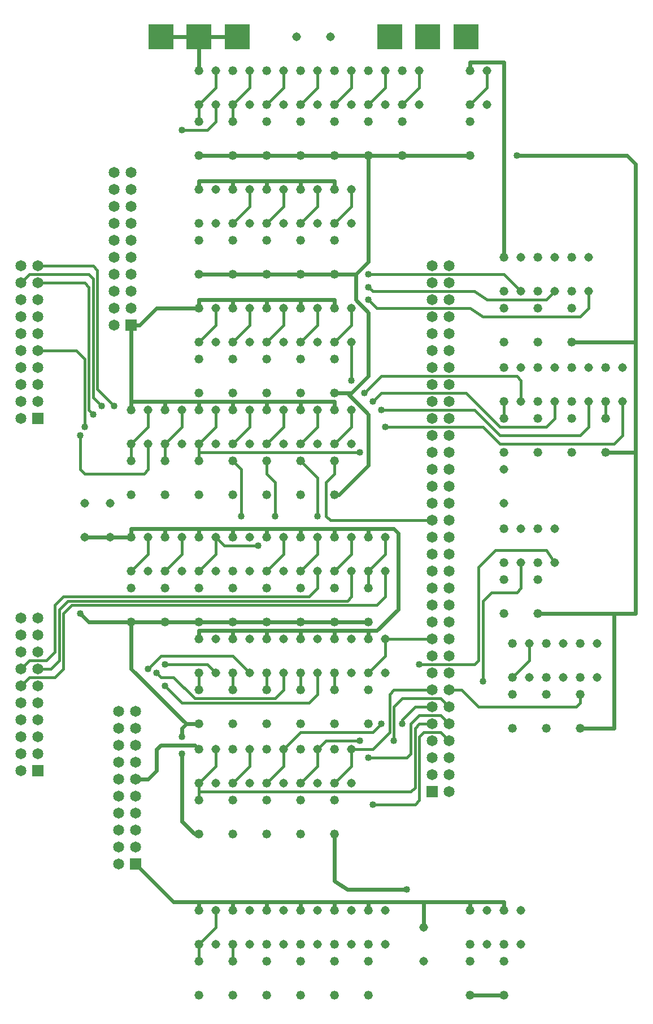
<source format=gtl>
G75*
G70*
%OFA0B0*%
%FSLAX24Y24*%
%IPPOS*%
%LPD*%
%AMOC8*
5,1,8,0,0,1.08239X$1,22.5*
%
%ADD10R,0.0650X0.0650*%
%ADD11C,0.0650*%
%ADD12C,0.0520*%
%ADD13C,0.0515*%
%ADD14R,0.1500X0.1500*%
%ADD15C,0.0160*%
%ADD16C,0.0400*%
%ADD17C,0.0240*%
D10*
X008850Y009350D03*
X003100Y014850D03*
X003100Y035600D03*
X008600Y041100D03*
X026350Y013600D03*
D11*
X007850Y009350D03*
X007850Y010350D03*
X007850Y011350D03*
X007850Y012350D03*
X007850Y013350D03*
X007850Y014350D03*
X007850Y015350D03*
X007850Y016350D03*
X007850Y017350D03*
X007850Y018350D03*
X008850Y018350D03*
X008850Y017350D03*
X008850Y016350D03*
X008850Y015350D03*
X008850Y014350D03*
X008850Y013350D03*
X008850Y012350D03*
X008850Y011350D03*
X008850Y010350D03*
X003100Y015850D03*
X003100Y016850D03*
X003100Y017850D03*
X003100Y018850D03*
X003100Y019850D03*
X003100Y020850D03*
X003100Y021850D03*
X003100Y022850D03*
X003100Y023850D03*
X002100Y023850D03*
X002100Y022850D03*
X002100Y021850D03*
X002100Y020850D03*
X002100Y019850D03*
X002100Y018850D03*
X002100Y017850D03*
X002100Y016850D03*
X002100Y015850D03*
X002100Y014850D03*
X002100Y035600D03*
X002100Y036600D03*
X002100Y037600D03*
X002100Y038600D03*
X002100Y039600D03*
X002100Y040600D03*
X002100Y041600D03*
X002100Y042600D03*
X002100Y043600D03*
X002100Y044600D03*
X003100Y044600D03*
X003100Y043600D03*
X003100Y042600D03*
X003100Y041600D03*
X003100Y040600D03*
X003100Y039600D03*
X003100Y038600D03*
X003100Y037600D03*
X003100Y036600D03*
X007600Y041100D03*
X007600Y042100D03*
X007600Y043100D03*
X007600Y044100D03*
X007600Y045100D03*
X007600Y046100D03*
X007600Y047100D03*
X007600Y048100D03*
X007600Y049100D03*
X007600Y050100D03*
X008600Y050100D03*
X008600Y049100D03*
X008600Y048100D03*
X008600Y047100D03*
X008600Y046100D03*
X008600Y045100D03*
X008600Y044100D03*
X008600Y043100D03*
X008600Y042100D03*
X026350Y041600D03*
X026350Y040600D03*
X026350Y039600D03*
X026350Y038600D03*
X026350Y037600D03*
X026350Y036600D03*
X026350Y035600D03*
X026350Y034600D03*
X026350Y033600D03*
X026350Y032600D03*
X026350Y031600D03*
X026350Y030600D03*
X026350Y029600D03*
X026350Y028600D03*
X026350Y027600D03*
X026350Y026600D03*
X026350Y025600D03*
X026350Y024600D03*
X026350Y023600D03*
X026350Y022600D03*
X026350Y021600D03*
X026350Y020600D03*
X026350Y019600D03*
X026350Y018600D03*
X026350Y017600D03*
X026350Y016600D03*
X026350Y015600D03*
X026350Y014600D03*
X027350Y014600D03*
X027350Y013600D03*
X027350Y015600D03*
X027350Y016600D03*
X027350Y017600D03*
X027350Y018600D03*
X027350Y019600D03*
X027350Y020600D03*
X027350Y021600D03*
X027350Y022600D03*
X027350Y023600D03*
X027350Y024600D03*
X027350Y025600D03*
X027350Y026600D03*
X027350Y027600D03*
X027350Y028600D03*
X027350Y029600D03*
X027350Y030600D03*
X027350Y031600D03*
X027350Y032600D03*
X027350Y033600D03*
X027350Y034600D03*
X027350Y035600D03*
X027350Y036600D03*
X027350Y037600D03*
X027350Y038600D03*
X027350Y039600D03*
X027350Y040600D03*
X027350Y041600D03*
X027350Y042600D03*
X027350Y043600D03*
X027350Y044600D03*
X026350Y044600D03*
X026350Y043600D03*
X026350Y042600D03*
D12*
X030600Y042100D03*
X030600Y043100D03*
X030600Y045100D03*
X032600Y045100D03*
X032600Y043100D03*
X032600Y042100D03*
X032600Y040100D03*
X032600Y038600D03*
X032600Y036600D03*
X032600Y035600D03*
X032600Y033600D03*
X030600Y033600D03*
X030600Y035600D03*
X030600Y036600D03*
X030600Y038600D03*
X030600Y040100D03*
X034600Y040100D03*
X034600Y038600D03*
X034600Y036600D03*
X034600Y035600D03*
X034600Y033600D03*
X036600Y033600D03*
X036600Y035600D03*
X036600Y036600D03*
X036600Y038600D03*
X034600Y042100D03*
X034600Y043100D03*
X034600Y045100D03*
X028600Y051100D03*
X028600Y053100D03*
X028600Y054100D03*
X028600Y056100D03*
X024600Y056100D03*
X024600Y054100D03*
X024600Y053100D03*
X024600Y051100D03*
X022600Y051100D03*
X022600Y053100D03*
X022600Y054100D03*
X022600Y056100D03*
X020600Y056100D03*
X020600Y054100D03*
X020600Y053100D03*
X020600Y051100D03*
X020600Y049100D03*
X020600Y047100D03*
X020600Y046100D03*
X020600Y044100D03*
X020600Y042100D03*
X020600Y040100D03*
X020600Y039100D03*
X020600Y037100D03*
X020600Y036100D03*
X020600Y034100D03*
X020600Y033100D03*
X020600Y031100D03*
X018600Y031100D03*
X018600Y033100D03*
X018600Y034100D03*
X018600Y036100D03*
X018600Y037100D03*
X018600Y039100D03*
X018600Y040100D03*
X018600Y042100D03*
X018600Y044100D03*
X018600Y046100D03*
X018600Y047100D03*
X018600Y049100D03*
X018600Y051100D03*
X018600Y053100D03*
X018600Y054100D03*
X018600Y056100D03*
X016600Y056100D03*
X016600Y054100D03*
X016600Y053100D03*
X016600Y051100D03*
X016600Y049100D03*
X016600Y047100D03*
X016600Y046100D03*
X016600Y044100D03*
X016600Y042100D03*
X016600Y040100D03*
X016600Y039100D03*
X016600Y037100D03*
X016600Y036100D03*
X016600Y034100D03*
X016600Y033100D03*
X016600Y031100D03*
X014600Y031100D03*
X014600Y033100D03*
X014600Y034100D03*
X014600Y036100D03*
X014600Y037100D03*
X014600Y039100D03*
X014600Y040100D03*
X014600Y042100D03*
X014600Y044100D03*
X014600Y046100D03*
X014600Y047100D03*
X014600Y049100D03*
X014600Y051100D03*
X014600Y053100D03*
X014600Y054100D03*
X014600Y056100D03*
X012600Y056100D03*
X012600Y054100D03*
X012600Y053100D03*
X012600Y051100D03*
X012600Y049100D03*
X012600Y047100D03*
X012600Y046100D03*
X012600Y044100D03*
X012600Y042100D03*
X012600Y040100D03*
X012600Y039100D03*
X012600Y037100D03*
X012600Y036100D03*
X012600Y034100D03*
X012600Y033100D03*
X012600Y031100D03*
X010600Y031100D03*
X010600Y033100D03*
X010600Y034100D03*
X010600Y036100D03*
X008600Y036100D03*
X008600Y034100D03*
X008600Y033100D03*
X008600Y031100D03*
X008600Y028600D03*
X008600Y026600D03*
X008600Y025600D03*
X008600Y023600D03*
X010600Y023600D03*
X010600Y025600D03*
X010600Y026600D03*
X010600Y028600D03*
X012600Y028600D03*
X012600Y026600D03*
X012600Y025600D03*
X012600Y023600D03*
X012600Y022600D03*
X012600Y020600D03*
X012600Y019600D03*
X012600Y017600D03*
X012600Y016100D03*
X012600Y014100D03*
X012600Y013100D03*
X012600Y011100D03*
X014600Y011100D03*
X014600Y013100D03*
X014600Y014100D03*
X014600Y016100D03*
X014600Y017600D03*
X014600Y019600D03*
X014600Y020600D03*
X014600Y022600D03*
X014600Y023600D03*
X014600Y025600D03*
X014600Y026600D03*
X014600Y028600D03*
X016600Y028600D03*
X016600Y026600D03*
X016600Y025600D03*
X016600Y023600D03*
X016600Y022600D03*
X016600Y020600D03*
X016600Y019600D03*
X016600Y017600D03*
X016600Y016100D03*
X016600Y014100D03*
X016600Y013100D03*
X016600Y011100D03*
X018600Y011100D03*
X018600Y013100D03*
X018600Y014100D03*
X018600Y016100D03*
X018600Y017600D03*
X018600Y019600D03*
X018600Y020600D03*
X018600Y022600D03*
X018600Y023600D03*
X018600Y025600D03*
X018600Y026600D03*
X018600Y028600D03*
X020600Y028600D03*
X020600Y026600D03*
X020600Y025600D03*
X020600Y023600D03*
X020600Y022600D03*
X020600Y020600D03*
X020600Y019600D03*
X020600Y017600D03*
X020600Y016100D03*
X020600Y014100D03*
X020600Y013100D03*
X020600Y011100D03*
X020600Y006600D03*
X020600Y004600D03*
X020600Y003600D03*
X020600Y001600D03*
X018600Y001600D03*
X018600Y003600D03*
X018600Y004600D03*
X018600Y006600D03*
X016600Y006600D03*
X016600Y004600D03*
X016600Y003600D03*
X016600Y001600D03*
X014600Y001600D03*
X014600Y003600D03*
X014600Y004600D03*
X014600Y006600D03*
X012600Y006600D03*
X012600Y004600D03*
X012600Y003600D03*
X012600Y001600D03*
X022600Y001600D03*
X022600Y003600D03*
X022600Y004600D03*
X022600Y006600D03*
X028600Y006600D03*
X028600Y004600D03*
X028600Y003600D03*
X028600Y001600D03*
X030600Y001600D03*
X030600Y003600D03*
X030600Y004600D03*
X030600Y006600D03*
X031100Y017350D03*
X031100Y019350D03*
X031100Y020350D03*
X031100Y022350D03*
X030600Y024100D03*
X030600Y026100D03*
X030600Y027100D03*
X030600Y029100D03*
X032600Y029100D03*
X032600Y027100D03*
X032600Y026100D03*
X032600Y024100D03*
X033100Y022350D03*
X033100Y020350D03*
X033100Y019350D03*
X033100Y017350D03*
X035100Y017350D03*
X035100Y019350D03*
X035100Y020350D03*
X035100Y022350D03*
X022600Y022600D03*
X022600Y023600D03*
X022600Y025600D03*
X022600Y026600D03*
X022600Y028600D03*
X022600Y020600D03*
X022600Y019600D03*
X022600Y017600D03*
D13*
X021600Y016100D03*
X021600Y014100D03*
X019600Y014100D03*
X019600Y016100D03*
X017600Y016100D03*
X017600Y014100D03*
X015600Y014100D03*
X015600Y016100D03*
X013600Y016100D03*
X013600Y014100D03*
X013600Y020600D03*
X013600Y022600D03*
X015600Y022600D03*
X015600Y020600D03*
X017600Y020600D03*
X017600Y022600D03*
X019600Y022600D03*
X019600Y020600D03*
X021600Y020600D03*
X021600Y022600D03*
X023600Y022600D03*
X023600Y020600D03*
X023600Y026600D03*
X023600Y028600D03*
X021600Y028600D03*
X021600Y026600D03*
X019600Y026600D03*
X019600Y028600D03*
X017600Y028600D03*
X017600Y026600D03*
X015600Y026600D03*
X015600Y028600D03*
X013600Y028600D03*
X013600Y026600D03*
X011600Y026600D03*
X011600Y028600D03*
X009600Y028600D03*
X009600Y026600D03*
X007350Y028600D03*
X005850Y028600D03*
X005850Y030600D03*
X007350Y030600D03*
X009600Y034100D03*
X009600Y036100D03*
X011600Y036100D03*
X011600Y034100D03*
X013600Y034100D03*
X013600Y036100D03*
X015600Y036100D03*
X015600Y034100D03*
X017600Y034100D03*
X017600Y036100D03*
X019600Y036100D03*
X019600Y034100D03*
X021600Y034100D03*
X021600Y036100D03*
X021600Y040100D03*
X021600Y042100D03*
X019600Y042100D03*
X019600Y040100D03*
X017600Y040100D03*
X017600Y042100D03*
X015600Y042100D03*
X015600Y040100D03*
X013600Y040100D03*
X013600Y042100D03*
X013600Y047100D03*
X013600Y049100D03*
X015600Y049100D03*
X015600Y047100D03*
X017600Y047100D03*
X017600Y049100D03*
X019600Y049100D03*
X019600Y047100D03*
X021600Y047100D03*
X021600Y049100D03*
X021600Y054100D03*
X021600Y056100D03*
X020350Y058100D03*
X019600Y056100D03*
X019600Y054100D03*
X017600Y054100D03*
X017600Y056100D03*
X018350Y058100D03*
X015600Y056100D03*
X015600Y054100D03*
X013600Y054100D03*
X013600Y056100D03*
X023600Y056100D03*
X023600Y054100D03*
X025600Y054100D03*
X025600Y056100D03*
X029600Y056100D03*
X029600Y054100D03*
X031600Y045100D03*
X031600Y043100D03*
X033600Y043100D03*
X033600Y045100D03*
X035600Y045100D03*
X035600Y043100D03*
X035600Y038600D03*
X035600Y036600D03*
X033600Y036600D03*
X033600Y038600D03*
X031600Y038600D03*
X031600Y036600D03*
X030600Y032600D03*
X030600Y030600D03*
X031600Y029100D03*
X031600Y027100D03*
X033600Y027100D03*
X033600Y029100D03*
X034100Y022350D03*
X034100Y020350D03*
X032100Y020350D03*
X032100Y022350D03*
X036100Y022350D03*
X036100Y020350D03*
X031600Y006600D03*
X031600Y004600D03*
X029600Y004600D03*
X029600Y006600D03*
X025850Y005600D03*
X025850Y003600D03*
X023600Y004600D03*
X023600Y006600D03*
X021600Y006600D03*
X021600Y004600D03*
X019600Y004600D03*
X019600Y006600D03*
X017600Y006600D03*
X017600Y004600D03*
X015600Y004600D03*
X015600Y006600D03*
X013600Y006600D03*
X013600Y004600D03*
X037600Y036600D03*
X037600Y038600D03*
D14*
X028350Y058100D03*
X026100Y058100D03*
X023850Y058100D03*
X014850Y058100D03*
X012600Y058100D03*
X010350Y058100D03*
D15*
X013600Y055100D02*
X012600Y054100D01*
X012600Y053100D01*
X013100Y052600D02*
X013600Y053100D01*
X013600Y054100D01*
X013600Y055100D02*
X013600Y056100D01*
X014600Y054100D02*
X014600Y053100D01*
X014600Y054100D02*
X015600Y055100D01*
X015600Y056100D01*
X017600Y055100D02*
X016600Y054100D01*
X017600Y055100D02*
X017600Y056100D01*
X019600Y055100D02*
X018600Y054100D01*
X019600Y055100D02*
X019600Y056100D01*
X021600Y055100D02*
X020600Y054100D01*
X021600Y055100D02*
X021600Y056100D01*
X023600Y055100D02*
X022600Y054100D01*
X023600Y055100D02*
X023600Y056100D01*
X025600Y055100D02*
X024600Y054100D01*
X025600Y055100D02*
X025600Y056100D01*
X028600Y054100D02*
X029600Y055100D01*
X029600Y056100D01*
X021600Y049100D02*
X021600Y048100D01*
X020600Y047100D01*
X019600Y048100D02*
X018600Y047100D01*
X017600Y048100D02*
X016600Y047100D01*
X015600Y048100D02*
X014600Y047100D01*
X015600Y048100D02*
X015600Y049100D01*
X017600Y049100D02*
X017600Y048100D01*
X019600Y048100D02*
X019600Y049100D01*
X022600Y044100D02*
X030600Y044100D01*
X031600Y043100D01*
X033100Y042600D02*
X033600Y043100D01*
X033100Y042600D02*
X029600Y042600D01*
X028850Y043100D01*
X022850Y043100D01*
X022600Y043350D01*
X022600Y042600D02*
X023100Y042100D01*
X028600Y042100D01*
X029350Y041600D01*
X035100Y041600D01*
X035600Y042100D01*
X035600Y043100D01*
X031350Y038100D02*
X031600Y037850D01*
X031600Y036600D01*
X030600Y036600D02*
X030600Y035600D01*
X030350Y035100D02*
X033100Y035100D01*
X033600Y035600D01*
X033600Y036600D01*
X035100Y034600D02*
X035600Y035100D01*
X035600Y036600D01*
X036600Y036600D02*
X036600Y035600D01*
X037600Y034600D02*
X037100Y034100D01*
X030350Y034100D01*
X029350Y035100D01*
X023600Y035100D01*
X023350Y036100D02*
X028850Y036100D01*
X030350Y034600D01*
X035100Y034600D01*
X037600Y034600D02*
X037600Y036600D01*
X033100Y027850D02*
X033600Y027100D01*
X033100Y027850D02*
X030100Y027850D01*
X029100Y026850D01*
X029100Y021350D01*
X028850Y021100D01*
X025600Y021100D01*
X026350Y022600D02*
X023600Y022600D01*
X023600Y021600D01*
X022600Y020600D01*
X023850Y019350D02*
X023850Y017100D01*
X022850Y016100D01*
X021600Y016100D01*
X021600Y015100D01*
X020600Y014100D01*
X019600Y015100D02*
X018600Y014100D01*
X017600Y015100D02*
X016600Y014100D01*
X015600Y015100D02*
X014600Y014100D01*
X013600Y015100D02*
X012600Y014100D01*
X012600Y013600D01*
X012600Y013100D01*
X012600Y013600D02*
X025100Y013600D01*
X025350Y013850D01*
X025350Y017350D01*
X025600Y017600D01*
X026350Y017600D01*
X025850Y017100D02*
X025600Y016850D01*
X025600Y013100D01*
X025350Y012850D01*
X022850Y012850D01*
X022600Y015600D02*
X024850Y015600D01*
X025100Y015850D01*
X025100Y017600D01*
X025600Y018100D01*
X026850Y018100D01*
X027350Y017600D01*
X026850Y017100D02*
X025850Y017100D01*
X026850Y017100D02*
X027350Y016600D01*
X027350Y018600D02*
X026850Y019100D01*
X024600Y019100D01*
X024100Y018600D01*
X024100Y016600D01*
X024600Y017600D02*
X024600Y017850D01*
X025350Y018600D01*
X026350Y018600D01*
X026350Y019600D02*
X024100Y019600D01*
X023850Y019350D01*
X023350Y017600D02*
X022850Y017100D01*
X018600Y017100D01*
X017600Y016100D01*
X017600Y015100D01*
X015600Y015100D02*
X015600Y016100D01*
X013600Y016100D02*
X013600Y015100D01*
X012350Y019100D02*
X017100Y019100D01*
X017600Y019600D01*
X017600Y020600D01*
X018600Y020600D02*
X018600Y019600D01*
X019100Y018850D02*
X019600Y019350D01*
X019600Y020600D01*
X020600Y020600D02*
X020600Y019600D01*
X019100Y018850D02*
X011600Y018850D01*
X010600Y019850D01*
X010350Y020350D02*
X010100Y020600D01*
X010350Y020350D02*
X011100Y020350D01*
X012350Y019100D01*
X012600Y019600D02*
X012600Y020600D01*
X013100Y021100D02*
X013600Y020600D01*
X013100Y021100D02*
X010600Y021100D01*
X010350Y021600D02*
X014600Y021600D01*
X015600Y020600D01*
X016600Y020600D02*
X016600Y019600D01*
X014600Y019600D02*
X014600Y020600D01*
X010350Y021600D02*
X009600Y020850D01*
X008600Y026600D02*
X009600Y027600D01*
X009600Y028600D01*
X011600Y027600D02*
X010600Y026600D01*
X011600Y027600D02*
X011600Y028600D01*
X012600Y026600D02*
X013600Y027600D01*
X013600Y028600D01*
X014100Y028100D01*
X016100Y028100D01*
X017600Y027600D02*
X016600Y026600D01*
X017600Y027600D02*
X017600Y028600D01*
X017100Y029850D02*
X017100Y031850D01*
X016600Y032350D01*
X016600Y033100D01*
X016600Y034100D02*
X017600Y035100D01*
X017600Y036100D01*
X019600Y035100D02*
X018600Y034100D01*
X018600Y033100D02*
X019600Y032100D01*
X019600Y029850D01*
X020100Y029850D02*
X020350Y029600D01*
X026350Y029600D01*
X023600Y028600D02*
X023600Y027600D01*
X022600Y026600D01*
X022600Y025600D01*
X021600Y025100D02*
X021600Y026600D01*
X021600Y027600D02*
X020600Y026600D01*
X019600Y026600D02*
X019600Y025600D01*
X019100Y025100D01*
X004600Y025100D01*
X004100Y024600D01*
X004100Y021850D01*
X003600Y021350D01*
X002600Y021350D01*
X002100Y020850D01*
X002600Y020350D02*
X002100Y019850D01*
X002600Y020350D02*
X004100Y020350D01*
X004600Y020850D01*
X004600Y024100D01*
X005100Y024600D01*
X023100Y024600D01*
X023600Y025100D01*
X023600Y026600D01*
X021600Y027600D02*
X021600Y028600D01*
X020100Y029850D02*
X020100Y031850D01*
X020600Y032350D01*
X020600Y033100D01*
X020600Y034100D02*
X021600Y035100D01*
X021600Y036100D01*
X022350Y037100D02*
X023350Y038100D01*
X031350Y038100D01*
X028350Y037100D02*
X030350Y035100D01*
X028350Y037100D02*
X023350Y037100D01*
X022850Y036600D01*
X021600Y037850D02*
X021600Y040100D01*
X021600Y041100D02*
X020600Y040100D01*
X019600Y041100D02*
X018600Y040100D01*
X017600Y041100D02*
X016600Y040100D01*
X015600Y041100D02*
X014600Y040100D01*
X013600Y041100D02*
X012600Y040100D01*
X013600Y041100D02*
X013600Y042100D01*
X015600Y042100D02*
X015600Y041100D01*
X017600Y041100D02*
X017600Y042100D01*
X019600Y042100D02*
X019600Y041100D01*
X021600Y041100D02*
X021600Y042100D01*
X019600Y036100D02*
X019600Y035100D01*
X022100Y033600D02*
X012600Y033600D01*
X012600Y033100D01*
X012600Y033600D02*
X012600Y034100D01*
X013600Y035100D01*
X013600Y036100D01*
X015600Y035100D02*
X014600Y034100D01*
X014600Y033100D02*
X015100Y032600D01*
X015100Y029850D01*
X018600Y026600D02*
X019600Y027600D01*
X019600Y028600D01*
X021600Y025100D02*
X021350Y024850D01*
X004850Y024850D01*
X004350Y024350D01*
X004350Y021350D01*
X003850Y020850D01*
X003100Y020850D01*
X005850Y032350D02*
X009350Y032350D01*
X009600Y032600D01*
X009600Y034100D01*
X009600Y035100D02*
X008600Y034100D01*
X008600Y033100D01*
X009600Y035100D02*
X009600Y036100D01*
X011600Y035100D02*
X010600Y034100D01*
X010600Y033100D01*
X011600Y035100D02*
X011600Y036100D01*
X015600Y036100D02*
X015600Y035100D01*
X007600Y036350D02*
X006600Y037350D01*
X006600Y044350D01*
X006350Y044600D01*
X003100Y044600D01*
X002600Y044100D02*
X006100Y044100D01*
X006350Y043850D01*
X006350Y036850D01*
X006850Y036350D01*
X006350Y035850D02*
X006100Y036100D01*
X006100Y043350D01*
X005850Y043600D01*
X003100Y043600D01*
X002600Y044100D02*
X002100Y043600D01*
X003100Y039600D02*
X005350Y039600D01*
X005850Y039100D01*
X005850Y035100D01*
X005600Y034600D02*
X005600Y032600D01*
X005850Y032350D01*
X011600Y052600D02*
X013100Y052600D01*
X029850Y025350D02*
X031350Y025350D01*
X031600Y025600D01*
X031600Y027100D01*
X029850Y025350D02*
X029350Y024850D01*
X029350Y020100D01*
X028100Y019600D02*
X029100Y018600D01*
X034850Y018600D01*
X035100Y018850D01*
X035100Y019350D01*
X032100Y021350D02*
X031100Y020350D01*
X032100Y021350D02*
X032100Y022350D01*
X028100Y019600D02*
X027350Y019600D01*
X022100Y016600D02*
X020100Y016600D01*
X019600Y016100D01*
X019600Y015100D01*
X013600Y006600D02*
X013600Y005600D01*
X012600Y004600D01*
X012600Y003600D01*
X014600Y003600D02*
X014600Y004600D01*
D16*
X011600Y015850D03*
X011600Y016850D03*
X010600Y019850D03*
X010100Y020600D03*
X009600Y020850D03*
X010600Y021100D03*
X005600Y024100D03*
X005600Y034600D03*
X005850Y035100D03*
X006350Y035850D03*
X006850Y036350D03*
X007600Y036350D03*
X015100Y029850D03*
X016100Y028100D03*
X017100Y029850D03*
X019600Y029850D03*
X022100Y033600D03*
X023600Y035100D03*
X023350Y036100D03*
X022850Y036600D03*
X022350Y037100D03*
X021600Y037850D03*
X022600Y042600D03*
X022600Y043350D03*
X022600Y044100D03*
X031350Y051100D03*
X011600Y052600D03*
X025600Y021100D03*
X024600Y017600D03*
X024100Y016600D03*
X023350Y017600D03*
X022100Y016600D03*
X022600Y015600D03*
X022850Y012850D03*
X024850Y007850D03*
X029350Y020100D03*
D17*
X032600Y024100D02*
X037100Y024100D01*
X038350Y024100D01*
X038350Y033600D01*
X036600Y033600D01*
X038350Y033600D02*
X038350Y040100D01*
X038350Y050600D01*
X037850Y051100D01*
X031350Y051100D01*
X028600Y051100D02*
X024600Y051100D01*
X022600Y051100D01*
X022600Y044850D01*
X021850Y044100D01*
X021850Y042600D01*
X022600Y041850D01*
X022600Y038100D01*
X021600Y037100D01*
X021350Y037100D01*
X020600Y037100D01*
X020600Y036600D02*
X020600Y036100D01*
X020600Y036600D02*
X018600Y036600D01*
X018600Y036100D01*
X018600Y036600D02*
X016600Y036600D01*
X016600Y036100D01*
X016600Y036600D02*
X014600Y036600D01*
X014600Y036100D01*
X014600Y036600D02*
X012600Y036600D01*
X012600Y036100D01*
X012600Y036600D02*
X010600Y036600D01*
X010600Y036100D01*
X010600Y036600D02*
X008600Y036600D01*
X008600Y041100D01*
X009100Y041100D01*
X010100Y042100D01*
X012600Y042100D01*
X012600Y042600D01*
X014600Y042600D01*
X014600Y042100D01*
X014600Y042600D02*
X016600Y042600D01*
X016600Y042100D01*
X016600Y042600D02*
X018600Y042600D01*
X018600Y042100D01*
X018600Y042600D02*
X020600Y042600D01*
X020600Y042100D01*
X020600Y044100D02*
X021850Y044100D01*
X020600Y044100D02*
X018600Y044100D01*
X016600Y044100D01*
X014600Y044100D01*
X012600Y044100D01*
X012600Y049100D02*
X012600Y049600D01*
X014600Y049600D01*
X014600Y049100D01*
X014600Y049600D02*
X016600Y049600D01*
X016600Y049100D01*
X016600Y049600D02*
X018600Y049600D01*
X018600Y049100D01*
X018600Y049600D02*
X020600Y049600D01*
X020600Y049100D01*
X020600Y051100D02*
X022600Y051100D01*
X020600Y051100D02*
X018600Y051100D01*
X016600Y051100D01*
X014600Y051100D01*
X012600Y051100D01*
X012600Y056100D02*
X012600Y058100D01*
X014850Y058100D01*
X012600Y058100D02*
X010350Y058100D01*
X021350Y037100D02*
X022600Y035850D01*
X022600Y032850D01*
X020850Y031100D01*
X020600Y031100D01*
X020600Y029100D02*
X020600Y028600D01*
X020600Y029100D02*
X022600Y029100D01*
X024100Y029100D01*
X024350Y028850D01*
X024350Y024350D01*
X023100Y023100D01*
X022600Y023100D01*
X020600Y023100D01*
X020600Y022600D01*
X020600Y023100D02*
X018600Y023100D01*
X018600Y022600D01*
X018600Y023100D02*
X016600Y023100D01*
X016600Y022600D01*
X016600Y023100D02*
X014600Y023100D01*
X014600Y022600D01*
X014600Y023100D02*
X012600Y023100D01*
X012600Y022600D01*
X012600Y023600D02*
X014600Y023600D01*
X016600Y023600D01*
X018600Y023600D01*
X020600Y023600D01*
X022600Y023600D01*
X022600Y023100D02*
X022600Y022600D01*
X022600Y028600D02*
X022600Y029100D01*
X020600Y029100D02*
X018600Y029100D01*
X018600Y028600D01*
X018600Y029100D02*
X016600Y029100D01*
X016600Y028600D01*
X016600Y029100D02*
X014600Y029100D01*
X014600Y028600D01*
X014600Y029100D02*
X012600Y029100D01*
X012600Y028600D01*
X012600Y029100D02*
X010600Y029100D01*
X010600Y028600D01*
X010600Y029100D02*
X008600Y029100D01*
X008600Y028600D01*
X007350Y028600D01*
X005850Y028600D01*
X005600Y024100D02*
X006100Y023600D01*
X008600Y023600D01*
X008600Y020850D01*
X011850Y017600D01*
X011600Y017350D01*
X011600Y016850D01*
X011850Y017600D02*
X012600Y017600D01*
X012350Y016350D02*
X012600Y016100D01*
X012350Y016350D02*
X010350Y016350D01*
X010100Y016100D01*
X010100Y014850D01*
X009600Y014350D01*
X008850Y014350D01*
X011600Y015850D02*
X011600Y011850D01*
X012350Y011100D01*
X012600Y011100D01*
X012600Y007100D02*
X011100Y007100D01*
X008850Y009350D01*
X012600Y007100D02*
X014600Y007100D01*
X014600Y006600D01*
X014600Y007100D02*
X016600Y007100D01*
X016600Y006600D01*
X016600Y007100D02*
X018600Y007100D01*
X018600Y006600D01*
X018600Y007100D02*
X020600Y007100D01*
X020600Y006600D01*
X020600Y007100D02*
X022600Y007100D01*
X022600Y006600D01*
X022600Y007100D02*
X025850Y007100D01*
X025850Y005600D01*
X025850Y007100D02*
X028600Y007100D01*
X028600Y006600D01*
X028600Y007100D02*
X030600Y007100D01*
X030600Y006600D01*
X030600Y001600D02*
X028600Y001600D01*
X024850Y007850D02*
X021350Y007850D01*
X020600Y008350D01*
X020600Y011100D01*
X012600Y007100D02*
X012600Y006600D01*
X012600Y023600D02*
X010600Y023600D01*
X008600Y023600D01*
X008600Y036100D02*
X008600Y036600D01*
X028600Y056100D02*
X028600Y056600D01*
X030600Y056600D01*
X030600Y045100D01*
X034600Y040100D02*
X038350Y040100D01*
X037100Y024100D02*
X037100Y017350D01*
X035100Y017350D01*
M02*

</source>
